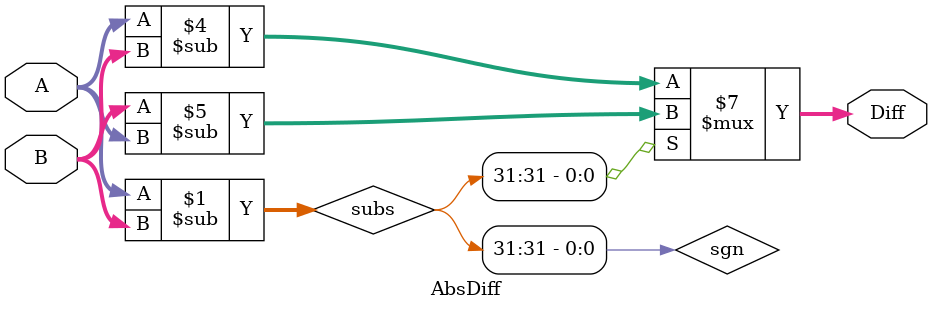
<source format=v>
module AbsDiff(
    input  [31:0] A,
    input  [31:0] B,
    output reg [31:0] Diff
);

wire [31:0] subs = A-B;
wire sgn = subs[31];

    always@(*)
	 	 begin
       if(!sgn)
		   Diff <= A-B;
		 else
         Diff <= B-A;
    end
   // assign Diff = (A > B) ? (A - B) : (B - A);
endmodule 
</source>
